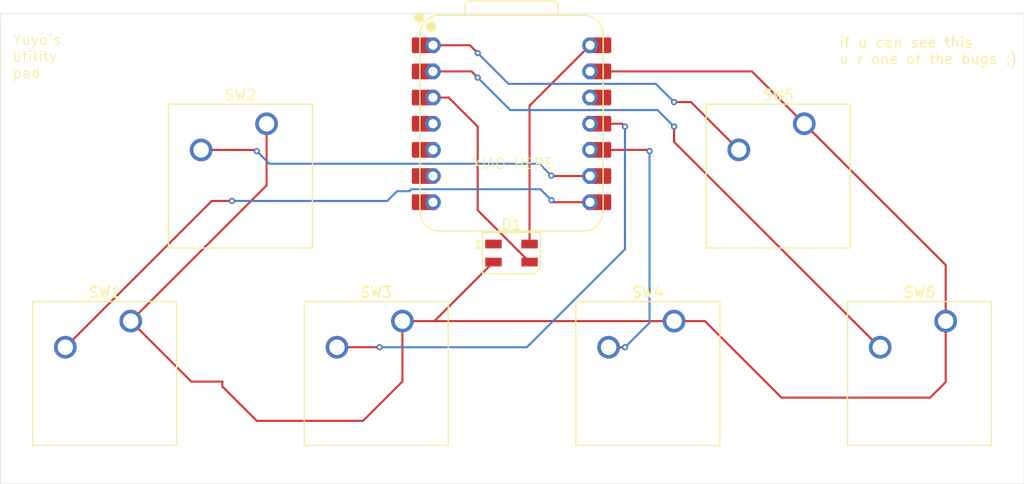
<source format=kicad_pcb>
(kicad_pcb (version 20241229) (generator "pcbnew") (generator_version "9.0")
  (layers (0 "F.Cu" signal) (2 "B.Cu" signal) (13 "F.Paste" user) (15 "B.Paste" user) (5 "F.SilkS" user "F.Silkscreen") (7 "B.SilkS" user "B.Silkscreen") (1 "F.Mask" user) (3 "B.Mask" user) (25 "Edge.Cuts" user))
  (net 0 "")
  (net 1 "GND")
  (net 2 "+5V")
  (net 3 "Net-(D1-DOUT)")
  (net 4 "Net-(D1-DIN)")
  (net 5 "Net-(U1-GPIO1{slash}RX)")
  (net 6 "Net-(U1-GPIO2{slash}SCK)")
  (net 7 "Net-(U1-GPIO4{slash}MISO)")
  (net 8 "Net-(U1-GPIO3{slash}MOSI)")
  (net 9 "Net-(U1-GPIO26{slash}ADC0{slash}A0)")
  (net 10 "Net-(U1-GPIO27{slash}ADC1{slash}A1)")
  (footprint "Button_Switch_Keyboard:SW_Cherry_MX_1.00u_PCB" (layer "F.Cu") (at 204.94625 95.087756)
    (property "Reference" "SW6" (at -2.54 -2.794 0) (layer "F.SilkS"))
    (property "Value" "SW_Push")
    (fp_line (start -9.525 -1.905) (end 4.445 -1.905) (stroke (width 0.12)) (layer "F.SilkS"))
    (fp_line (start -9.525 12.065) (end -9.525 -1.905) (stroke (width 0.12)) (layer "F.SilkS"))
    (fp_line (start 4.445 -1.905) (end 4.445 12.065) (stroke (width 0.12)) (layer "F.SilkS"))
    (fp_line (start 4.445 12.065) (end -9.525 12.065) (stroke (width 0.12)) (layer "F.SilkS"))
    (pad "" np_thru_hole circle (at -7.62 5.08) (size 1.7 1.7) (drill 1.7) (layers "*.Cu" "*.Mask"))
    (pad "" np_thru_hole circle (at -2.54 5.08) (size 4 4) (drill 4) (layers "*.Cu" "*.Mask"))
    (pad "" np_thru_hole circle (at 2.54 5.08) (size 1.7 1.7) (drill 1.7) (layers "*.Cu" "*.Mask"))
    (pad "1" thru_hole circle (at 0 0) (size 2.2 2.2) (drill 1.5) (layers "*.Cu" "*.Mask") (net 1 "GND"))
    (pad "2" thru_hole circle (at -6.35 2.54) (size 2.2 2.2) (drill 1.5) (layers "*.Cu" "*.Mask") (net 10 "Net-(U1-GPIO27{slash}ADC1{slash}A1)"))
  )
  (footprint "Button_Switch_Keyboard:SW_Cherry_MX_1.00u_PCB" (layer "F.Cu") (at 125.889177 95.087756)
    (property "Reference" "SW1" (at -2.54 -2.794 0) (layer "F.SilkS"))
    (property "Value" "SW_Push")
    (fp_line (start -9.525 -1.905) (end 4.445 -1.905) (stroke (width 0.12)) (layer "F.SilkS"))
    (fp_line (start -9.525 12.065) (end -9.525 -1.905) (stroke (width 0.12)) (layer "F.SilkS"))
    (fp_line (start 4.445 -1.905) (end 4.445 12.065) (stroke (width 0.12)) (layer "F.SilkS"))
    (fp_line (start 4.445 12.065) (end -9.525 12.065) (stroke (width 0.12)) (layer "F.SilkS"))
    (pad "" np_thru_hole circle (at -7.62 5.08) (size 1.7 1.7) (drill 1.7) (layers "*.Cu" "*.Mask"))
    (pad "" np_thru_hole circle (at -2.54 5.08) (size 4 4) (drill 4) (layers "*.Cu" "*.Mask"))
    (pad "" np_thru_hole circle (at 2.54 5.08) (size 1.7 1.7) (drill 1.7) (layers "*.Cu" "*.Mask"))
    (pad "1" thru_hole circle (at 0 0) (size 2.2 2.2) (drill 1.5) (layers "*.Cu" "*.Mask") (net 1 "GND"))
    (pad "2" thru_hole circle (at -6.35 2.54) (size 2.2 2.2) (drill 1.5) (layers "*.Cu" "*.Mask") (net 5 "Net-(U1-GPIO1{slash}RX)"))
  )
  (footprint "Button_Switch_Keyboard:SW_Cherry_MX_1.00u_PCB" (layer "F.Cu") (at 139.065356 75.926871)
    (property "Reference" "SW2" (at -2.54 -2.794 0) (layer "F.SilkS"))
    (property "Value" "SW_Push")
    (fp_line (start -9.525 -1.905) (end 4.445 -1.905) (stroke (width 0.12)) (layer "F.SilkS"))
    (fp_line (start -9.525 12.065) (end -9.525 -1.905) (stroke (width 0.12)) (layer "F.SilkS"))
    (fp_line (start 4.445 -1.905) (end 4.445 12.065) (stroke (width 0.12)) (layer "F.SilkS"))
    (fp_line (start 4.445 12.065) (end -9.525 12.065) (stroke (width 0.12)) (layer "F.SilkS"))
    (pad "" np_thru_hole circle (at -7.62 5.08) (size 1.7 1.7) (drill 1.7) (layers "*.Cu" "*.Mask"))
    (pad "" np_thru_hole circle (at -2.54 5.08) (size 4 4) (drill 4) (layers "*.Cu" "*.Mask"))
    (pad "" np_thru_hole circle (at 2.54 5.08) (size 1.7 1.7) (drill 1.7) (layers "*.Cu" "*.Mask"))
    (pad "1" thru_hole circle (at 0 0) (size 2.2 2.2) (drill 1.5) (layers "*.Cu" "*.Mask") (net 1 "GND"))
    (pad "2" thru_hole circle (at -6.35 2.54) (size 2.2 2.2) (drill 1.5) (layers "*.Cu" "*.Mask") (net 6 "Net-(U1-GPIO2{slash}SCK)"))
  )
  (footprint "Button_Switch_Keyboard:SW_Cherry_MX_1.00u_PCB" (layer "F.Cu") (at 178.593892 95.087756)
    (property "Reference" "SW4" (at -2.54 -2.794 0) (layer "F.SilkS"))
    (property "Value" "SW_Push")
    (fp_line (start -9.525 -1.905) (end 4.445 -1.905) (stroke (width 0.12)) (layer "F.SilkS"))
    (fp_line (start -9.525 12.065) (end -9.525 -1.905) (stroke (width 0.12)) (layer "F.SilkS"))
    (fp_line (start 4.445 -1.905) (end 4.445 12.065) (stroke (width 0.12)) (layer "F.SilkS"))
    (fp_line (start 4.445 12.065) (end -9.525 12.065) (stroke (width 0.12)) (layer "F.SilkS"))
    (pad "" np_thru_hole circle (at -7.62 5.08) (size 1.7 1.7) (drill 1.7) (layers "*.Cu" "*.Mask"))
    (pad "" np_thru_hole circle (at -2.54 5.08) (size 4 4) (drill 4) (layers "*.Cu" "*.Mask"))
    (pad "" np_thru_hole circle (at 2.54 5.08) (size 1.7 1.7) (drill 1.7) (layers "*.Cu" "*.Mask"))
    (pad "1" thru_hole circle (at 0 0) (size 2.2 2.2) (drill 1.5) (layers "*.Cu" "*.Mask") (net 1 "GND"))
    (pad "2" thru_hole circle (at -6.35 2.54) (size 2.2 2.2) (drill 1.5) (layers "*.Cu" "*.Mask") (net 7 "Net-(U1-GPIO4{slash}MISO)"))
  )
  (footprint "Button_Switch_Keyboard:SW_Cherry_MX_1.00u_PCB" (layer "F.Cu") (at 152.241535 95.087756)
    (property "Reference" "SW3" (at -2.54 -2.794 0) (layer "F.SilkS"))
    (property "Value" "SW_Push")
    (fp_line (start -9.525 -1.905) (end 4.445 -1.905) (stroke (width 0.12)) (layer "F.SilkS"))
    (fp_line (start -9.525 12.065) (end -9.525 -1.905) (stroke (width 0.12)) (layer "F.SilkS"))
    (fp_line (start 4.445 -1.905) (end 4.445 12.065) (stroke (width 0.12)) (layer "F.SilkS"))
    (fp_line (start 4.445 12.065) (end -9.525 12.065) (stroke (width 0.12)) (layer "F.SilkS"))
    (pad "" np_thru_hole circle (at -7.62 5.08) (size 1.7 1.7) (drill 1.7) (layers "*.Cu" "*.Mask"))
    (pad "" np_thru_hole circle (at -2.54 5.08) (size 4 4) (drill 4) (layers "*.Cu" "*.Mask"))
    (pad "" np_thru_hole circle (at 2.54 5.08) (size 1.7 1.7) (drill 1.7) (layers "*.Cu" "*.Mask"))
    (pad "1" thru_hole circle (at 0 0) (size 2.2 2.2) (drill 1.5) (layers "*.Cu" "*.Mask") (net 1 "GND"))
    (pad "2" thru_hole circle (at -6.35 2.54) (size 2.2 2.2) (drill 1.5) (layers "*.Cu" "*.Mask") (net 8 "Net-(U1-GPIO3{slash}MOSI)"))
  )
  (footprint "Button_Switch_Keyboard:SW_Cherry_MX_1.00u_PCB" (layer "F.Cu") (at 191.22793 75.922673)
    (property "Reference" "SW5" (at -2.54 -2.794 0) (layer "F.SilkS"))
    (property "Value" "SW_Push")
    (fp_line (start -9.525 -1.905) (end 4.445 -1.905) (stroke (width 0.12)) (layer "F.SilkS"))
    (fp_line (start -9.525 12.065) (end -9.525 -1.905) (stroke (width 0.12)) (layer "F.SilkS"))
    (fp_line (start 4.445 -1.905) (end 4.445 12.065) (stroke (width 0.12)) (layer "F.SilkS"))
    (fp_line (start 4.445 12.065) (end -9.525 12.065) (stroke (width 0.12)) (layer "F.SilkS"))
    (pad "" np_thru_hole circle (at -7.62 5.08) (size 1.7 1.7) (drill 1.7) (layers "*.Cu" "*.Mask"))
    (pad "" np_thru_hole circle (at -2.54 5.08) (size 4 4) (drill 4) (layers "*.Cu" "*.Mask"))
    (pad "" np_thru_hole circle (at 2.54 5.08) (size 1.7 1.7) (drill 1.7) (layers "*.Cu" "*.Mask"))
    (pad "1" thru_hole circle (at 0 0) (size 2.2 2.2) (drill 1.5) (layers "*.Cu" "*.Mask") (net 1 "GND"))
    (pad "2" thru_hole circle (at -6.35 2.54) (size 2.2 2.2) (drill 1.5) (layers "*.Cu" "*.Mask") (net 9 "Net-(U1-GPIO26{slash}ADC0{slash}A0)"))
  )
  (footprint "LED_SMD:LED_SK6812MINI_PLCC4_3.5x3.5mm_P1.75mm" (layer "F.Cu") (at 162.824763 88.478778)
    (property "Reference" "D1" (at 0 -2.75 0) (layer "F.SilkS"))
    (property "Value" "SK6812MINI")
    (fp_line (start -2.8 -2) (end -2.8 2) (stroke (width 0.12)) (layer "F.SilkS"))
    (fp_line (start -2.8 -2) (end 2.8 -2) (stroke (width 0.12)) (layer "F.SilkS"))
    (fp_line (start -2.8 2) (end 2.2 2) (stroke (width 0.12)) (layer "F.SilkS"))
    (fp_line (start 2.8 1.4) (end 2.2 2) (stroke (width 0.12)) (layer "F.SilkS"))
    (fp_line (start 2.8 1.4) (end 2.8 -2) (stroke (width 0.12)) (layer "F.SilkS"))
    (fp_text user "1" (at -3.2 -0.875 0) (layer "F.SilkS") (effects (font (size 0.8 0.8))))
    (pad "1" smd rect (at -1.75 -0.875) (size 1.6 0.85) (layers "F.Cu" "F.Mask" "F.Paste") (net 3 "Net-(D1-DOUT)"))
    (pad "2" smd rect (at -1.75 0.875) (size 1.6 0.85) (layers "F.Cu" "F.Mask" "F.Paste") (net 1 "GND"))
    (pad "3" smd rect (at 1.75 0.875) (size 1.6 0.85) (layers "F.Cu" "F.Mask" "F.Paste") (net 4 "Net-(D1-DIN)"))
    (pad "4" smd rect (at 1.75 -0.875) (size 1.6 0.85) (layers "F.Cu" "F.Mask" "F.Paste") (net 2 "+5V"))
  )
  (footprint "sos:XIAO-RP2040-DIP" (layer "F.Cu") (at 162.824763 75.920217)
    (property "Reference" "U1" (hide yes))
    (property "Value" "XIAO-RP2040-DIP")
    (fp_line (start -8.89 8.509) (end -8.89 -8.636) (stroke (width 0.127)) (layer "F.SilkS"))
    (fp_line (start -6.985 10.414) (end 6.985 10.414) (stroke (width 0.127)) (layer "F.SilkS"))
    (fp_line (start -4.495 -10.541) (end -4.491272 -11.451272) (stroke (width 0.127)) (layer "F.SilkS"))
    (fp_line (start -3.991272 -11.951) (end 4.004 -11.951) (stroke (width 0.127)) (layer "F.SilkS"))
    (fp_line (start 4.504 -11.451) (end 4.504 -10.541) (stroke (width 0.127)) (layer "F.SilkS"))
    (fp_line (start 6.985 -10.541) (end -6.985 -10.541) (stroke (width 0.1)) (layer "F.SilkS"))
    (fp_line (start 6.985 -10.541) (end -6.985 -10.541) (stroke (width 0.127)) (layer "F.SilkS"))
    (fp_line (start 8.89 8.509) (end 8.89 -8.636) (stroke (width 0.127)) (layer "F.SilkS"))
    (fp_arc (start -8.89 -8.636) (mid -8.332038 -9.983038) (end -6.985 -10.541) (stroke (width 0.127)) (layer "F.SilkS"))
    (fp_arc (start -6.985 10.414) (mid -8.332038 9.856038) (end -8.89 8.509) (stroke (width 0.127)) (layer "F.SilkS"))
    (fp_arc (start -4.491272 -11.451272) (mid -4.344728 -11.80464) (end -3.991272 -11.951) (stroke (width 0.127)) (layer "F.SilkS"))
    (fp_arc (start 4.004 -11.951) (mid 4.357553 -11.804553) (end 4.504 -11.451) (stroke (width 0.127)) (layer "F.SilkS"))
    (fp_arc (start 6.985 -10.541) (mid 8.332038 -9.983038) (end 8.89 -8.636) (stroke (width 0.127)) (layer "F.SilkS"))
    (fp_arc (start 8.89 8.509) (mid 8.332038 9.856038) (end 6.985 10.414) (stroke (width 0.127)) (layer "F.SilkS"))
    (fp_circle (center -8.95 -10.3) (end -8.95 -10.554) (stroke (width 0.5)) (fill yes) (layer "F.SilkS"))
    (fp_circle (center -7.807 -9.42) (end -7.807 -9.674) (stroke (width 0.5)) (fill yes) (layer "F.SilkS"))
    (pad "1" smd roundrect (at -8.455 -7.62 180) (size 2.432 1.524) (layers "F.Cu" "F.Mask") (roundrect_rratio 0.1) (net 9 "Net-(U1-GPIO26{slash}ADC0{slash}A0)"))
    (pad "1" thru_hole circle (at -7.62 -7.62 180) (size 1.524 1.524) (drill 0.889) (layers "*.Cu" "*.Mask") (net 9 "Net-(U1-GPIO26{slash}ADC0{slash}A0)"))
    (pad "2" smd roundrect (at -8.455 -5.08 180) (size 2.432 1.524) (layers "F.Cu" "F.Mask") (roundrect_rratio 0.1) (net 10 "Net-(U1-GPIO27{slash}ADC1{slash}A1)"))
    (pad "2" thru_hole circle (at -7.62 -5.08 180) (size 1.524 1.524) (drill 0.889) (layers "*.Cu" "*.Mask") (net 10 "Net-(U1-GPIO27{slash}ADC1{slash}A1)"))
    (pad "3" smd roundrect (at -8.455 -2.54 180) (size 2.432 1.524) (layers "F.Cu" "F.Mask") (roundrect_rratio 0.1) (net 4 "Net-(D1-DIN)"))
    (pad "3" thru_hole circle (at -7.62 -2.54 180) (size 1.524 1.524) (drill 0.889) (layers "*.Cu" "*.Mask") (net 4 "Net-(D1-DIN)"))
    (pad "4" smd roundrect (at -8.455 0 180) (size 2.432 1.524) (layers "F.Cu" "F.Mask") (roundrect_rratio 0.1))
    (pad "4" thru_hole circle (at -7.62 0 180) (size 1.524 1.524) (drill 0.889) (layers "*.Cu" "*.Mask"))
    (pad "5" smd roundrect (at -8.455 2.54 180) (size 2.432 1.524) (layers "F.Cu" "F.Mask") (roundrect_rratio 0.1))
    (pad "5" thru_hole circle (at -7.62 2.54 180) (size 1.524 1.524) (drill 0.889) (layers "*.Cu" "*.Mask"))
    (pad "6" smd roundrect (at -8.455 5.08 180) (size 2.432 1.524) (layers "F.Cu" "F.Mask") (roundrect_rratio 0.1))
    (pad "6" thru_hole circle (at -7.62 5.08 180) (size 1.524 1.524) (drill 0.889) (layers "*.Cu" "*.Mask"))
    (pad "7" smd roundrect (at -8.455 7.62 180) (size 2.432 1.524) (layers "F.Cu" "F.Mask") (roundrect_rratio 0.1))
    (pad "7" thru_hole circle (at -7.62 7.62 180) (size 1.524 1.524) (drill 0.889) (layers "*.Cu" "*.Mask"))
    (pad "8" thru_hole circle (at 7.62 7.62) (size 1.524 1.524) (drill 0.889) (layers "*.Cu" "*.Mask") (net 5 "Net-(U1-GPIO1{slash}RX)"))
    (pad "8" smd roundrect (at 8.455 7.62) (size 2.432 1.524) (layers "F.Cu" "F.Mask") (roundrect_rratio 0.1) (net 5 "Net-(U1-GPIO1{slash}RX)"))
    (pad "9" thru_hole circle (at 7.62 5.08) (size 1.524 1.524) (drill 0.889) (layers "*.Cu" "*.Mask") (net 6 "Net-(U1-GPIO2{slash}SCK)"))
    (pad "9" smd roundrect (at 8.455 5.08) (size 2.432 1.524) (layers "F.Cu" "F.Mask") (roundrect_rratio 0.1) (net 6 "Net-(U1-GPIO2{slash}SCK)"))
    (pad "10" thru_hole circle (at 7.62 2.54) (size 1.524 1.524) (drill 0.889) (layers "*.Cu" "*.Mask") (net 7 "Net-(U1-GPIO4{slash}MISO)"))
    (pad "10" smd roundrect (at 8.455 2.54) (size 2.432 1.524) (layers "F.Cu" "F.Mask") (roundrect_rratio 0.1) (net 7 "Net-(U1-GPIO4{slash}MISO)"))
    (pad "11" thru_hole circle (at 7.62 0) (size 1.524 1.524) (drill 0.889) (layers "*.Cu" "*.Mask") (net 8 "Net-(U1-GPIO3{slash}MOSI)"))
    (pad "11" smd roundrect (at 8.455 0) (size 2.432 1.524) (layers "F.Cu" "F.Mask") (roundrect_rratio 0.1) (net 8 "Net-(U1-GPIO3{slash}MOSI)"))
    (pad "12" thru_hole circle (at 7.62 -2.54) (size 1.524 1.524) (drill 0.889) (layers "*.Cu" "*.Mask"))
    (pad "12" smd roundrect (at 8.455 -2.54) (size 2.432 1.524) (layers "F.Cu" "F.Mask") (roundrect_rratio 0.1))
    (pad "13" thru_hole circle (at 7.62 -5.08) (size 1.524 1.524) (drill 0.889) (layers "*.Cu" "*.Mask") (net 1 "GND"))
    (pad "13" smd roundrect (at 8.455 -5.08) (size 2.432 1.524) (layers "F.Cu" "F.Mask") (roundrect_rratio 0.1) (net 1 "GND"))
    (pad "14" thru_hole circle (at 7.62 -7.62) (size 1.524 1.524) (drill 0.889) (layers "*.Cu" "*.Mask") (net 2 "+5V"))
    (pad "14" smd roundrect (at 8.455 -7.62) (size 2.432 1.524) (layers "F.Cu" "F.Mask") (roundrect_rratio 0.1) (net 2 "+5V"))
  )
  (gr_rect (start 113.22743 65.220938) (end 212.540118 110.893739) (stroke (width 0.05)) (fill no) (layer "Edge.Cuts"))
  (gr_text "XIAO HERE" (at 158.884815 80.385932 0) (layer "F.SilkS") (effects (font (size 1 1) (thickness 0.1)) (justify left bottom)))
  (gr_text "if u can see this, \nu r one of the bugs ;)" (at 194.544473 70.213635 0) (layer "F.SilkS") (effects (font (size 1 1) (thickness 0.125)) (justify left bottom)))
  (gr_text "Yuyo's\nutility\npad" (at 114.360416 71.572687 0) (layer "F.SilkS") (effects (font (size 1 1) (thickness 0.1)) (justify left bottom)))
  (segment (start 134.775356 101.437856) (end 134.775356 100.963577) (width 0.2) (layer "F.Cu") (net 1))
  (segment (start 138.1125 104.775) (end 134.775356 101.437856) (width 0.2) (layer "F.Cu") (net 1))
  (segment (start 155.340785 95.087756) (end 178.593892 95.087756) (width 0.2) (layer "F.Cu") (net 1))
  (segment (start 152.241535 100.952572) (end 148.419107 104.775) (width 0.2) (layer "F.Cu") (net 1))
  (segment (start 155.340785 95.087756) (end 161.074763 89.353778) (width 0.2) (layer "F.Cu") (net 1))
  (segment (start 134.775356 100.963577) (end 131.764998 100.963577) (width 0.2) (layer "F.Cu") (net 1))
  (segment (start 203.43678 102.518756) (end 204.94625 101.009286) (width 0.2) (layer "F.Cu") (net 1))
  (segment (start 152.241535 95.087756) (end 152.241535 100.952572) (width 0.2) (layer "F.Cu") (net 1))
  (segment (start 181.583422 95.087756) (end 187.463442 100.967776) (width 0.2) (layer "F.Cu") (net 1))
  (segment (start 187.463442 100.967776) (end 189.014422 102.518756) (width 0.2) (layer "F.Cu") (net 1))
  (segment (start 152.241535 95.087756) (end 152.241535 95.091535) (width 0.2) (layer "F.Cu") (net 1))
  (segment (start 125.889177 95.087756) (end 139.065356 81.911577) (width 0.2) (layer "F.Cu") (net 1))
  (segment (start 204.94625 101.009286) (end 204.94625 95.087756) (width 0.2) (layer "F.Cu") (net 1))
  (segment (start 204.94625 95.087756) (end 204.94625 89.640993) (width 0.2) (layer "F.Cu") (net 1))
  (segment (start 148.419107 104.775) (end 138.1125 104.775) (width 0.2) (layer "F.Cu") (net 1))
  (segment (start 178.593892 95.087756) (end 181.583422 95.087756) (width 0.2) (layer "F.Cu") (net 1))
  (segment (start 191.22793 75.922673) (end 186.145474 70.840217) (width 0.2) (layer "F.Cu") (net 1))
  (segment (start 131.764998 100.963577) (end 125.889177 95.087756) (width 0.2) (layer "F.Cu") (net 1))
  (segment (start 189.014422 102.518756) (end 203.43678 102.518756) (width 0.2) (layer "F.Cu") (net 1))
  (segment (start 139.065356 81.911577) (end 139.065356 75.926871) (width 0.2) (layer "F.Cu") (net 1))
  (segment (start 152.241535 95.087756) (end 155.340785 95.087756) (width 0.2) (layer "F.Cu") (net 1))
  (segment (start 152.241535 95.091535) (end 152.4 95.25) (width 0.2) (layer "F.Cu") (net 1))
  (segment (start 204.94625 89.640993) (end 191.22793 75.922673) (width 0.2) (layer "F.Cu") (net 1))
  (segment (start 186.145474 70.840217) (end 171.279763 70.840217) (width 0.2) (layer "F.Cu") (net 1))
  (segment (start 164.574763 74.170217) (end 170.444763 68.300217) (width 0.2) (layer "F.Cu") (net 2))
  (segment (start 164.574763 87.603778) (end 164.574763 74.170217) (width 0.2) (layer "F.Cu") (net 2))
  (segment (start 159.54375 76.2) (end 156.723967 73.380217) (width 0.2) (layer "F.Cu") (net 4))
  (segment (start 159.54375 84.322765) (end 159.54375 76.2) (width 0.2) (layer "F.Cu") (net 4))
  (segment (start 164.574763 89.353778) (end 159.54375 84.322765) (width 0.2) (layer "F.Cu") (net 4))
  (segment (start 156.723967 73.380217) (end 155.204763 73.380217) (width 0.2) (layer "F.Cu") (net 4))
  (segment (start 133.745655 83.421278) (end 135.704905 83.421278) (width 0.2) (layer "F.Cu") (net 5))
  (segment (start 166.6875 83.34375) (end 166.883967 83.540217) (width 0.2) (layer "F.Cu") (net 5))
  (segment (start 119.539177 97.627756) (end 133.745655 83.421278) (width 0.2) (layer "F.Cu") (net 5))
  (segment (start 166.883967 83.540217) (end 171.279763 83.540217) (width 0.2) (layer "F.Cu") (net 5))
  (via (at 135.704905 83.421278) (size 0.6) (drill 0.3) (layers "F.Cu" "B.Cu") (net 5))
  (via (at 166.6875 83.34375) (size 0.6) (drill 0.3) (layers "F.Cu" "B.Cu") (net 5))
  (segment (start 152.902223 82.477217) (end 153.097307 82.282133) (width 0.2) (layer "B.Cu") (net 5))
  (segment (start 153.097307 82.282133) (end 165.625883 82.282133) (width 0.2) (layer "B.Cu") (net 5))
  (segment (start 151.715361 82.477217) (end 152.902223 82.477217) (width 0.2) (layer "B.Cu") (net 5))
  (segment (start 135.704905 83.421278) (end 150.7713 83.421278) (width 0.2) (layer "B.Cu") (net 5))
  (segment (start 150.7713 83.421278) (end 151.715361 82.477217) (width 0.2) (layer "B.Cu") (net 5))
  (segment (start 165.625883 82.282133) (end 166.6875 83.34375) (width 0.2) (layer "B.Cu") (net 5))
  (segment (start 137.998121 78.466871) (end 138.1125 78.58125) (width 0.2) (layer "F.Cu") (net 6))
  (segment (start 132.715356 78.466871) (end 137.998121 78.466871) (width 0.2) (layer "F.Cu") (net 6))
  (segment (start 166.725217 81.000217) (end 170.444763 81.000217) (width 0.2) (layer "F.Cu") (net 6))
  (segment (start 166.6875 80.9625) (end 166.725217 81.000217) (width 0.2) (layer "F.Cu") (net 6))
  (via (at 166.6875 80.9625) (size 0.6) (drill 0.3) (layers "F.Cu" "B.Cu") (net 6))
  (via (at 138.1125 78.58125) (size 0.6) (drill 0.3) (layers "F.Cu" "B.Cu") (net 6))
  (segment (start 139.337121 79.805871) (end 165.530871 79.805871) (width 0.2) (layer "B.Cu") (net 6))
  (segment (start 138.1125 78.58125) (end 139.337121 79.805871) (width 0.2) (layer "B.Cu") (net 6))
  (segment (start 165.530871 79.805871) (end 166.6875 80.9625) (width 0.2) (layer "B.Cu") (net 6))
  (segment (start 172.243892 97.627756) (end 173.827756 97.627756) (width 0.2) (layer "F.Cu") (net 7))
  (segment (start 176.2125 78.58125) (end 176.091467 78.460217) (width 0.2) (layer "F.Cu") (net 7))
  (segment (start 173.827756 97.627756) (end 173.83125 97.63125) (width 0.2) (layer "F.Cu") (net 7))
  (segment (start 176.091467 78.460217) (end 171.279763 78.460217) (width 0.2) (layer "F.Cu") (net 7))
  (via (at 173.83125 97.63125) (size 0.6) (drill 0.3) (layers "F.Cu" "B.Cu") (net 7))
  (via (at 176.2125 78.58125) (size 0.6) (drill 0.3) (layers "F.Cu" "B.Cu") (net 7))
  (segment (start 176.2125 95.25) (end 176.2125 78.58125) (width 0.2) (layer "B.Cu") (net 7))
  (segment (start 173.83125 97.63125) (end 176.2125 95.25) (width 0.2) (layer "B.Cu") (net 7))
  (segment (start 145.891535 97.627756) (end 150.015256 97.627756) (width 0.2) (layer "F.Cu") (net 8))
  (segment (start 173.83125 76.2) (end 173.551467 75.920217) (width 0.2) (layer "F.Cu") (net 8))
  (segment (start 150.015256 97.627756) (end 150.01875 97.63125) (width 0.2) (layer "F.Cu") (net 8))
  (segment (start 173.551467 75.920217) (end 171.279763 75.920217) (width 0.2) (layer "F.Cu") (net 8))
  (via (at 150.01875 97.63125) (size 0.6) (drill 0.3) (layers "F.Cu" "B.Cu") (net 8))
  (via (at 173.83125 76.2) (size 0.6) (drill 0.3) (layers "F.Cu" "B.Cu") (net 8))
  (segment (start 173.83125 88.10625) (end 173.83125 76.2) (width 0.2) (layer "B.Cu") (net 8))
  (segment (start 171.45 90.4875) (end 173.83125 88.10625) (width 0.2) (layer "B.Cu") (net 8))
  (segment (start 150.01875 97.63125) (end 164.30625 97.63125) (width 0.2) (layer "B.Cu") (net 8))
  (segment (start 164.30625 97.63125) (end 171.45 90.4875) (width 0.2) (layer "B.Cu") (net 8))
  (segment (start 180.234007 73.81875) (end 178.59375 73.81875) (width 0.2) (layer "F.Cu") (net 9))
  (segment (start 159.54375 69.05625) (end 158.787717 68.300217) (width 0.2) (layer "F.Cu") (net 9))
  (segment (start 184.87793 78.462673) (end 180.234007 73.81875) (width 0.2) (layer "F.Cu") (net 9))
  (segment (start 158.787717 68.300217) (end 155.204763 68.300217) (width 0.2) (layer "F.Cu") (net 9))
  (via (at 178.59375 73.81875) (size 0.6) (drill 0.3) (layers "F.Cu" "B.Cu") (net 9))
  (via (at 159.54375 69.05625) (size 0.6) (drill 0.3) (layers "F.Cu" "B.Cu") (net 9))
  (segment (start 162.534319 72.046819) (end 159.54375 69.05625) (width 0.2) (layer "B.Cu") (net 9))
  (segment (start 176.821819 72.046819) (end 162.534319 72.046819) (width 0.2) (layer "B.Cu") (net 9))
  (segment (start 178.59375 73.81875) (end 176.821819 72.046819) (width 0.2) (layer "B.Cu") (net 9))
  (segment (start 198.534543 97.627756) (end 198.59625 97.627756) (width 0.2) (layer "F.Cu") (net 10))
  (segment (start 155.204763 70.840217) (end 158.946467 70.840217) (width 0.2) (layer "F.Cu") (net 10))
  (segment (start 178.59375 77.686963) (end 198.534543 97.627756) (width 0.2) (layer "F.Cu") (net 10))
  (segment (start 178.59375 76.2) (end 178.59375 77.686963) (width 0.2) (layer "F.Cu") (net 10))
  (segment (start 158.946467 70.840217) (end 159.54375 71.4375) (width 0.2) (layer "F.Cu") (net 10))
  (via (at 178.59375 76.2) (size 0.6) (drill 0.3) (layers "F.Cu" "B.Cu") (net 10))
  (via (at 159.54375 71.4375) (size 0.6) (drill 0.3) (layers "F.Cu" "B.Cu") (net 10))
  (segment (start 159.54375 71.4375) (end 162.700817 74.594567) (width 0.2) (layer "B.Cu") (net 10))
  (segment (start 162.700817 74.594567) (end 176.988317 74.594567) (width 0.2) (layer "B.Cu") (net 10))
  (segment (start 176.988317 74.594567) (end 178.59375 76.2) (width 0.2) (layer "B.Cu") (net 10))
)
</source>
